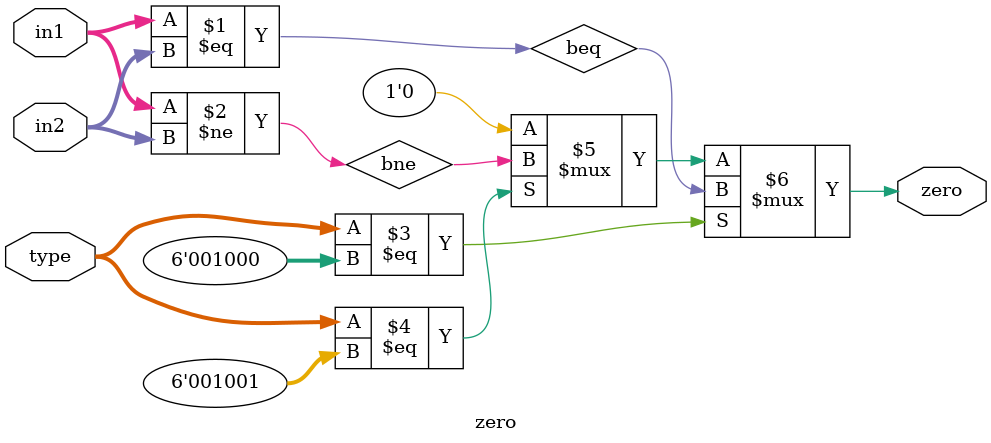
<source format=v>
`timescale 1ns / 1ps
module zero(
    input [31:0] in1,
    input [31:0] in2,
    input [5:0] type,
    output zero
    );

    parameter BEQ   = 6'b001000,
              BNE   = 6'b001001;

    wire beq;
    wire bne;

    assign beq = (in1 == in2);
    assign bne = (in1 != in2);

    assign zero = (type == BEQ) ? beq :
                (type == BNE) ? bne :
                1'b0;

endmodule

</source>
